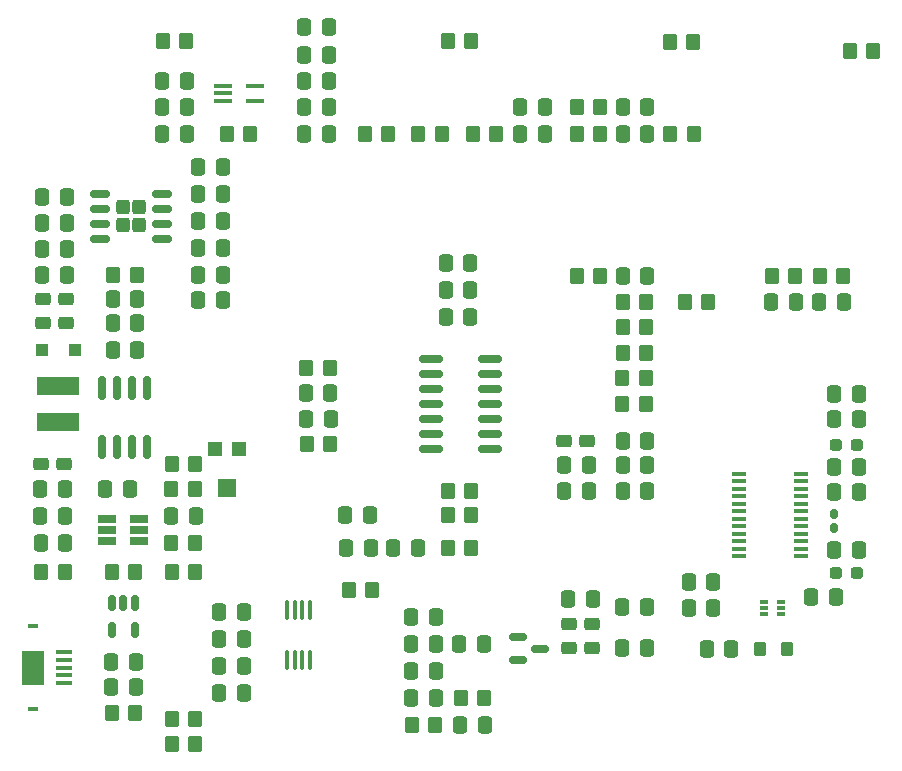
<source format=gtp>
%TF.GenerationSoftware,KiCad,Pcbnew,(6.0.7)*%
%TF.CreationDate,2022-11-10T16:47:27-05:00*%
%TF.ProjectId,_HW_HandyRadio_,5f48575f-4861-46e6-9479-526164696f5f,rev?*%
%TF.SameCoordinates,Original*%
%TF.FileFunction,Paste,Top*%
%TF.FilePolarity,Positive*%
%FSLAX46Y46*%
G04 Gerber Fmt 4.6, Leading zero omitted, Abs format (unit mm)*
G04 Created by KiCad (PCBNEW (6.0.7)) date 2022-11-10 16:47:27*
%MOMM*%
%LPD*%
G01*
G04 APERTURE LIST*
G04 Aperture macros list*
%AMRoundRect*
0 Rectangle with rounded corners*
0 $1 Rounding radius*
0 $2 $3 $4 $5 $6 $7 $8 $9 X,Y pos of 4 corners*
0 Add a 4 corners polygon primitive as box body*
4,1,4,$2,$3,$4,$5,$6,$7,$8,$9,$2,$3,0*
0 Add four circle primitives for the rounded corners*
1,1,$1+$1,$2,$3*
1,1,$1+$1,$4,$5*
1,1,$1+$1,$6,$7*
1,1,$1+$1,$8,$9*
0 Add four rect primitives between the rounded corners*
20,1,$1+$1,$2,$3,$4,$5,0*
20,1,$1+$1,$4,$5,$6,$7,0*
20,1,$1+$1,$6,$7,$8,$9,0*
20,1,$1+$1,$8,$9,$2,$3,0*%
G04 Aperture macros list end*
%ADD10RoundRect,0.150000X-0.150000X0.512500X-0.150000X-0.512500X0.150000X-0.512500X0.150000X0.512500X0*%
%ADD11RoundRect,0.250000X0.337500X0.475000X-0.337500X0.475000X-0.337500X-0.475000X0.337500X-0.475000X0*%
%ADD12RoundRect,0.250000X-0.337500X-0.475000X0.337500X-0.475000X0.337500X0.475000X-0.337500X0.475000X0*%
%ADD13R,1.500000X0.400000*%
%ADD14RoundRect,0.250000X0.350000X0.450000X-0.350000X0.450000X-0.350000X-0.450000X0.350000X-0.450000X0*%
%ADD15RoundRect,0.250000X0.305000X0.375000X-0.305000X0.375000X-0.305000X-0.375000X0.305000X-0.375000X0*%
%ADD16RoundRect,0.150000X0.675000X0.150000X-0.675000X0.150000X-0.675000X-0.150000X0.675000X-0.150000X0*%
%ADD17RoundRect,0.250000X-0.350000X-0.450000X0.350000X-0.450000X0.350000X0.450000X-0.350000X0.450000X0*%
%ADD18R,1.200000X0.400000*%
%ADD19RoundRect,0.150000X-0.587500X-0.150000X0.587500X-0.150000X0.587500X0.150000X-0.587500X0.150000X0*%
%ADD20R,1.200000X1.200000*%
%ADD21R,1.600000X1.500000*%
%ADD22RoundRect,0.237500X0.287500X0.237500X-0.287500X0.237500X-0.287500X-0.237500X0.287500X-0.237500X0*%
%ADD23R,0.700000X0.340000*%
%ADD24RoundRect,0.100000X-0.100000X0.712500X-0.100000X-0.712500X0.100000X-0.712500X0.100000X0.712500X0*%
%ADD25RoundRect,0.250000X0.400000X0.275000X-0.400000X0.275000X-0.400000X-0.275000X0.400000X-0.275000X0*%
%ADD26RoundRect,0.160000X0.160000X-0.222500X0.160000X0.222500X-0.160000X0.222500X-0.160000X-0.222500X0*%
%ADD27R,0.850000X0.300000*%
%ADD28R,1.350000X0.400000*%
%ADD29R,1.900000X2.900000*%
%ADD30RoundRect,0.250000X-0.275000X-0.350000X0.275000X-0.350000X0.275000X0.350000X-0.275000X0.350000X0*%
%ADD31R,3.600000X1.500000*%
%ADD32R,1.560000X0.650000*%
%ADD33RoundRect,0.150000X-0.825000X-0.150000X0.825000X-0.150000X0.825000X0.150000X-0.825000X0.150000X0*%
%ADD34RoundRect,0.150000X0.150000X-0.825000X0.150000X0.825000X-0.150000X0.825000X-0.150000X-0.825000X0*%
%ADD35RoundRect,0.237500X-0.287500X-0.237500X0.287500X-0.237500X0.287500X0.237500X-0.287500X0.237500X0*%
%ADD36R,1.100000X1.100000*%
G04 APERTURE END LIST*
D10*
X192884000Y-162708500D03*
X191934000Y-162708500D03*
X190984000Y-162708500D03*
X190984000Y-164983500D03*
X192884000Y-164983500D03*
D11*
X187140608Y-130487258D03*
X185065608Y-130487258D03*
D12*
X200040500Y-163465000D03*
X202115500Y-163465000D03*
D11*
X209313979Y-118489363D03*
X207238979Y-118489363D03*
D13*
X200383000Y-118873000D03*
X200383000Y-119523000D03*
X200383000Y-120173000D03*
X203043000Y-120173000D03*
X203043000Y-118873000D03*
D12*
X239791500Y-163084000D03*
X241866500Y-163084000D03*
D11*
X221292500Y-136160000D03*
X219217500Y-136160000D03*
D14*
X240203400Y-115154200D03*
X238203400Y-115154200D03*
D11*
X192971500Y-167656000D03*
X190896500Y-167656000D03*
X254185500Y-153305000D03*
X252110500Y-153305000D03*
D15*
X193229000Y-129171000D03*
X193229000Y-130671000D03*
X191909000Y-129171000D03*
X191909000Y-130671000D03*
D16*
X195194000Y-131826000D03*
X195194000Y-130556000D03*
X195194000Y-129286000D03*
X195194000Y-128016000D03*
X189944000Y-128016000D03*
X189944000Y-129286000D03*
X189944000Y-130556000D03*
X189944000Y-131826000D03*
D11*
X212783500Y-155210000D03*
X210708500Y-155210000D03*
D14*
X198007249Y-153029791D03*
X196007249Y-153029791D03*
D17*
X195252000Y-115103400D03*
X197252000Y-115103400D03*
D18*
X249271000Y-158702500D03*
X249271000Y-158067500D03*
X249271000Y-157432500D03*
X249271000Y-156797500D03*
X249271000Y-156162500D03*
X249271000Y-155527500D03*
X249271000Y-154892500D03*
X249271000Y-154257500D03*
X249271000Y-153622500D03*
X249271000Y-152987500D03*
X249271000Y-152352500D03*
X249271000Y-151717500D03*
X244071000Y-151717500D03*
X244071000Y-152352500D03*
X244071000Y-152987500D03*
X244071000Y-153622500D03*
X244071000Y-154257500D03*
X244071000Y-154892500D03*
X244071000Y-155527500D03*
X244071000Y-156162500D03*
X244071000Y-156797500D03*
X244071000Y-157432500D03*
X244071000Y-158067500D03*
X244071000Y-158702500D03*
D12*
X216296500Y-166132000D03*
X218371500Y-166132000D03*
X198262500Y-137049000D03*
X200337500Y-137049000D03*
X229250500Y-153178000D03*
X231325500Y-153178000D03*
X210798500Y-157988000D03*
X212873500Y-157988000D03*
X200040500Y-165751000D03*
X202115500Y-165751000D03*
D19*
X225345373Y-165582438D03*
X225345373Y-167482438D03*
X227220373Y-166532438D03*
D11*
X221292500Y-133874000D03*
X219217500Y-133874000D03*
D17*
X190934000Y-160036000D03*
X192934000Y-160036000D03*
D12*
X198262500Y-130318000D03*
X200337500Y-130318000D03*
D20*
X201697000Y-149675500D03*
D21*
X200697000Y-152925500D03*
D20*
X199697000Y-149675500D03*
D14*
X255418000Y-115967000D03*
X253418000Y-115967000D03*
D12*
X216296500Y-168418000D03*
X218371500Y-168418000D03*
D17*
X234204000Y-141494000D03*
X236204000Y-141494000D03*
D11*
X209317500Y-122936000D03*
X207242500Y-122936000D03*
D12*
X198262500Y-134890000D03*
X200337500Y-134890000D03*
D17*
X219382000Y-153178000D03*
X221382000Y-153178000D03*
D22*
X254023000Y-149257000D03*
X252273000Y-149257000D03*
D11*
X243386611Y-166572327D03*
X241311611Y-166572327D03*
D12*
X229250500Y-151019000D03*
X231325500Y-151019000D03*
D23*
X246138000Y-162568000D03*
X246138000Y-163068000D03*
X246138000Y-163568000D03*
X247638000Y-163568000D03*
X247638000Y-163068000D03*
X247638000Y-162568000D03*
D17*
X234220000Y-137160000D03*
X236220000Y-137160000D03*
D11*
X187140608Y-128324292D03*
X185065608Y-128324292D03*
D17*
X216916000Y-122936000D03*
X218916000Y-122936000D03*
D12*
X195969749Y-155313208D03*
X198044749Y-155313208D03*
X246776500Y-137176000D03*
X248851500Y-137176000D03*
D14*
X232304000Y-120666000D03*
X230304000Y-120666000D03*
X248814000Y-135017000D03*
X246814000Y-135017000D03*
D12*
X191023500Y-136922000D03*
X193098500Y-136922000D03*
X198262500Y-128032000D03*
X200337500Y-128032000D03*
D17*
X221504000Y-122936000D03*
X223504000Y-122936000D03*
D11*
X209313979Y-116280929D03*
X207238979Y-116280929D03*
X187129500Y-134874591D03*
X185054500Y-134874591D03*
D24*
X207731000Y-163257500D03*
X207081000Y-163257500D03*
X206431000Y-163257500D03*
X205781000Y-163257500D03*
X205781000Y-167482500D03*
X206431000Y-167482500D03*
X207081000Y-167482500D03*
X207731000Y-167482500D03*
D11*
X236278500Y-120666000D03*
X234203500Y-120666000D03*
D25*
X186903000Y-150876000D03*
X184953000Y-150876000D03*
D12*
X239791500Y-160925000D03*
X241866500Y-160925000D03*
D14*
X232304000Y-134991600D03*
X230304000Y-134991600D03*
D26*
X252115148Y-156306500D03*
X252115148Y-155161500D03*
D11*
X192463500Y-153051000D03*
X190388500Y-153051000D03*
X236278500Y-134991600D03*
X234203500Y-134991600D03*
D27*
X184259800Y-164650300D03*
X184259800Y-171650300D03*
D28*
X186934800Y-169450300D03*
X186934800Y-168800300D03*
X186934800Y-168150300D03*
X186934800Y-167500300D03*
X186934800Y-166850300D03*
D29*
X184259800Y-168150300D03*
D11*
X222435500Y-166132000D03*
X220360500Y-166132000D03*
D30*
X245851200Y-166589200D03*
X248151200Y-166589200D03*
D14*
X198014000Y-174641000D03*
X196014000Y-174641000D03*
X213000000Y-161560000D03*
X211000000Y-161560000D03*
D11*
X209335353Y-113892741D03*
X207260353Y-113892741D03*
D14*
X186965000Y-160036000D03*
X184965000Y-160036000D03*
D12*
X216296500Y-170704000D03*
X218371500Y-170704000D03*
X234203500Y-148941425D03*
X236278500Y-148941425D03*
D25*
X231644000Y-164481000D03*
X229694000Y-164481000D03*
D31*
X186436000Y-147321000D03*
X186436000Y-144271000D03*
D12*
X234163625Y-163042687D03*
X236238625Y-163042687D03*
D11*
X227605500Y-120666000D03*
X225530500Y-120666000D03*
D12*
X234203500Y-153178000D03*
X236278500Y-153178000D03*
D11*
X209326969Y-120666000D03*
X207251969Y-120666000D03*
D17*
X196004080Y-157623000D03*
X198004080Y-157623000D03*
D12*
X216296500Y-163846000D03*
X218371500Y-163846000D03*
D17*
X190934000Y-171974000D03*
X192934000Y-171974000D03*
D12*
X250193814Y-162195000D03*
X252268814Y-162195000D03*
X184890500Y-155337000D03*
X186965500Y-155337000D03*
D17*
X250878000Y-135017000D03*
X252878000Y-135017000D03*
D12*
X252110500Y-144948400D03*
X254185500Y-144948400D03*
D32*
X190584000Y-155530000D03*
X190584000Y-156480000D03*
X190584000Y-157430000D03*
X193284000Y-157430000D03*
X193284000Y-156480000D03*
X193284000Y-155530000D03*
D12*
X220450500Y-172990000D03*
X222525500Y-172990000D03*
D25*
X231172333Y-148939416D03*
X229222333Y-148939416D03*
D11*
X200337500Y-125746000D03*
X198262500Y-125746000D03*
D17*
X207444000Y-149241000D03*
X209444000Y-149241000D03*
D11*
X209481500Y-147082000D03*
X207406500Y-147082000D03*
D33*
X217997000Y-141986000D03*
X217997000Y-143256000D03*
X217997000Y-144526000D03*
X217997000Y-145796000D03*
X217997000Y-147066000D03*
X217997000Y-148336000D03*
X217997000Y-149606000D03*
X222947000Y-149606000D03*
X222947000Y-148336000D03*
X222947000Y-147066000D03*
X222947000Y-145796000D03*
X222947000Y-144526000D03*
X222947000Y-143256000D03*
X222947000Y-141986000D03*
D11*
X221292500Y-138446000D03*
X219217500Y-138446000D03*
X252915500Y-137176000D03*
X250840500Y-137176000D03*
D14*
X221382000Y-158004000D03*
X219382000Y-158004000D03*
D12*
X229605458Y-162316541D03*
X231680458Y-162316541D03*
D11*
X202115500Y-170323000D03*
X200040500Y-170323000D03*
D14*
X221382000Y-155210000D03*
X219382000Y-155210000D03*
D17*
X234172061Y-145812000D03*
X236172061Y-145812000D03*
D12*
X200040500Y-168037000D03*
X202115500Y-168037000D03*
D11*
X216847500Y-158004000D03*
X214772500Y-158004000D03*
D12*
X234203500Y-151019000D03*
X236278500Y-151019000D03*
D17*
X196014000Y-172482000D03*
X198014000Y-172482000D03*
D11*
X236278500Y-122952000D03*
X234203500Y-122952000D03*
D12*
X195214500Y-122925037D03*
X197289500Y-122925037D03*
D11*
X254185500Y-151162000D03*
X252110500Y-151162000D03*
D14*
X198014000Y-160036000D03*
X196014000Y-160036000D03*
X221407400Y-115128800D03*
X219407400Y-115128800D03*
D17*
X230304000Y-122952000D03*
X232304000Y-122952000D03*
X239448000Y-137150600D03*
X241448000Y-137150600D03*
X191051425Y-134879943D03*
X193051425Y-134879943D03*
D12*
X185054500Y-132692139D03*
X187129500Y-132692139D03*
D17*
X220501926Y-170716990D03*
X222501926Y-170716990D03*
D14*
X209407000Y-142764000D03*
X207407000Y-142764000D03*
D12*
X191023500Y-141224000D03*
X193098500Y-141224000D03*
X195214500Y-118462702D03*
X197289500Y-118462702D03*
D17*
X196014000Y-150892000D03*
X198014000Y-150892000D03*
D12*
X234163625Y-166513000D03*
X236238625Y-166513000D03*
X207369500Y-144907000D03*
X209444500Y-144907000D03*
D17*
X238254200Y-122926600D03*
X240254200Y-122926600D03*
D34*
X190156000Y-149430000D03*
X191426000Y-149430000D03*
X192696000Y-149430000D03*
X193966000Y-149430000D03*
X193966000Y-144480000D03*
X192696000Y-144480000D03*
X191426000Y-144480000D03*
X190156000Y-144480000D03*
D17*
X234188000Y-143653000D03*
X236188000Y-143653000D03*
D11*
X227605500Y-122936000D03*
X225530500Y-122936000D03*
D12*
X252110500Y-147132800D03*
X254185500Y-147132800D03*
D11*
X193098500Y-138954000D03*
X191023500Y-138954000D03*
X192971500Y-169815000D03*
X190896500Y-169815000D03*
D35*
X252273000Y-160163000D03*
X254023000Y-160163000D03*
D25*
X187067000Y-138954000D03*
X185117000Y-138954000D03*
D17*
X216334000Y-172990000D03*
X218334000Y-172990000D03*
D12*
X198262500Y-132604000D03*
X200337500Y-132604000D03*
X184890500Y-153051000D03*
X186965500Y-153051000D03*
D25*
X187086486Y-136922000D03*
X185136486Y-136922000D03*
D12*
X195208384Y-120666000D03*
X197283384Y-120666000D03*
D14*
X236220000Y-139335000D03*
X234220000Y-139335000D03*
D36*
X187836000Y-141224000D03*
X185036000Y-141224000D03*
D25*
X231644000Y-166513000D03*
X229694000Y-166513000D03*
D17*
X200689926Y-122926018D03*
X202689926Y-122926018D03*
X212360000Y-122936000D03*
X214360000Y-122936000D03*
D11*
X254185500Y-158147000D03*
X252110500Y-158147000D03*
D12*
X184927500Y-157623000D03*
X187002500Y-157623000D03*
M02*

</source>
